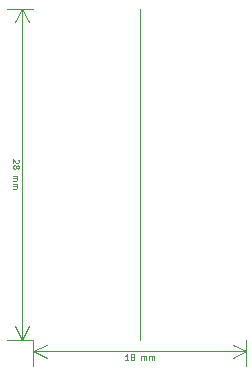
<source format=gbr>
G04 #@! TF.FileFunction,Drawing*
%FSLAX46Y46*%
G04 Gerber Fmt 4.6, Leading zero omitted, Abs format (unit mm)*
G04 Created by KiCad (PCBNEW 4.0.5) date Sat Mar 11 22:07:51 2017*
%MOMM*%
%LPD*%
G01*
G04 APERTURE LIST*
%ADD10C,0.101600*%
%ADD11C,0.100000*%
G04 APERTURE END LIST*
D10*
D11*
X51047619Y-53726190D02*
X50761905Y-53726190D01*
X50904762Y-53726190D02*
X50904762Y-53226190D01*
X50857143Y-53297619D01*
X50809524Y-53345238D01*
X50761905Y-53369048D01*
X51333333Y-53440476D02*
X51285714Y-53416667D01*
X51261905Y-53392857D01*
X51238095Y-53345238D01*
X51238095Y-53321429D01*
X51261905Y-53273810D01*
X51285714Y-53250000D01*
X51333333Y-53226190D01*
X51428571Y-53226190D01*
X51476190Y-53250000D01*
X51500000Y-53273810D01*
X51523809Y-53321429D01*
X51523809Y-53345238D01*
X51500000Y-53392857D01*
X51476190Y-53416667D01*
X51428571Y-53440476D01*
X51333333Y-53440476D01*
X51285714Y-53464286D01*
X51261905Y-53488095D01*
X51238095Y-53535714D01*
X51238095Y-53630952D01*
X51261905Y-53678571D01*
X51285714Y-53702381D01*
X51333333Y-53726190D01*
X51428571Y-53726190D01*
X51476190Y-53702381D01*
X51500000Y-53678571D01*
X51523809Y-53630952D01*
X51523809Y-53535714D01*
X51500000Y-53488095D01*
X51476190Y-53464286D01*
X51428571Y-53440476D01*
X52119047Y-53726190D02*
X52119047Y-53392857D01*
X52119047Y-53440476D02*
X52142856Y-53416667D01*
X52190475Y-53392857D01*
X52261904Y-53392857D01*
X52309523Y-53416667D01*
X52333332Y-53464286D01*
X52333332Y-53726190D01*
X52333332Y-53464286D02*
X52357142Y-53416667D01*
X52404761Y-53392857D01*
X52476189Y-53392857D01*
X52523809Y-53416667D01*
X52547618Y-53464286D01*
X52547618Y-53726190D01*
X52785714Y-53726190D02*
X52785714Y-53392857D01*
X52785714Y-53440476D02*
X52809523Y-53416667D01*
X52857142Y-53392857D01*
X52928571Y-53392857D01*
X52976190Y-53416667D01*
X52999999Y-53464286D01*
X52999999Y-53726190D01*
X52999999Y-53464286D02*
X53023809Y-53416667D01*
X53071428Y-53392857D01*
X53142856Y-53392857D01*
X53190476Y-53416667D01*
X53214285Y-53464286D01*
X53214285Y-53726190D01*
X43000000Y-53000000D02*
X61000000Y-53000000D01*
X43000000Y-52000000D02*
X43000000Y-54270000D01*
X61000000Y-52000000D02*
X61000000Y-54270000D01*
X61000000Y-53000000D02*
X59873496Y-53586421D01*
X61000000Y-53000000D02*
X59873496Y-52413579D01*
X43000000Y-53000000D02*
X44126504Y-53586421D01*
X43000000Y-53000000D02*
X44126504Y-52413579D01*
X41726190Y-36761905D02*
X41750000Y-36785715D01*
X41773810Y-36833334D01*
X41773810Y-36952381D01*
X41750000Y-37000000D01*
X41726190Y-37023810D01*
X41678571Y-37047619D01*
X41630952Y-37047619D01*
X41559524Y-37023810D01*
X41273810Y-36738096D01*
X41273810Y-37047619D01*
X41559524Y-37333333D02*
X41583333Y-37285714D01*
X41607143Y-37261905D01*
X41654762Y-37238095D01*
X41678571Y-37238095D01*
X41726190Y-37261905D01*
X41750000Y-37285714D01*
X41773810Y-37333333D01*
X41773810Y-37428571D01*
X41750000Y-37476190D01*
X41726190Y-37500000D01*
X41678571Y-37523809D01*
X41654762Y-37523809D01*
X41607143Y-37500000D01*
X41583333Y-37476190D01*
X41559524Y-37428571D01*
X41559524Y-37333333D01*
X41535714Y-37285714D01*
X41511905Y-37261905D01*
X41464286Y-37238095D01*
X41369048Y-37238095D01*
X41321429Y-37261905D01*
X41297619Y-37285714D01*
X41273810Y-37333333D01*
X41273810Y-37428571D01*
X41297619Y-37476190D01*
X41321429Y-37500000D01*
X41369048Y-37523809D01*
X41464286Y-37523809D01*
X41511905Y-37500000D01*
X41535714Y-37476190D01*
X41559524Y-37428571D01*
X41273810Y-38119047D02*
X41607143Y-38119047D01*
X41559524Y-38119047D02*
X41583333Y-38142856D01*
X41607143Y-38190475D01*
X41607143Y-38261904D01*
X41583333Y-38309523D01*
X41535714Y-38333332D01*
X41273810Y-38333332D01*
X41535714Y-38333332D02*
X41583333Y-38357142D01*
X41607143Y-38404761D01*
X41607143Y-38476189D01*
X41583333Y-38523809D01*
X41535714Y-38547618D01*
X41273810Y-38547618D01*
X41273810Y-38785714D02*
X41607143Y-38785714D01*
X41559524Y-38785714D02*
X41583333Y-38809523D01*
X41607143Y-38857142D01*
X41607143Y-38928571D01*
X41583333Y-38976190D01*
X41535714Y-38999999D01*
X41273810Y-38999999D01*
X41535714Y-38999999D02*
X41583333Y-39023809D01*
X41607143Y-39071428D01*
X41607143Y-39142856D01*
X41583333Y-39190476D01*
X41535714Y-39214285D01*
X41273810Y-39214285D01*
X42000000Y-24000000D02*
X42000000Y-52000000D01*
X43000000Y-24000000D02*
X40730000Y-24000000D01*
X43000000Y-52000000D02*
X40730000Y-52000000D01*
X42000000Y-52000000D02*
X41413579Y-50873496D01*
X42000000Y-52000000D02*
X42586421Y-50873496D01*
X42000000Y-24000000D02*
X41413579Y-25126504D01*
X42000000Y-24000000D02*
X42586421Y-25126504D01*
X52000000Y-24000000D02*
X52000000Y-52000000D01*
M02*

</source>
